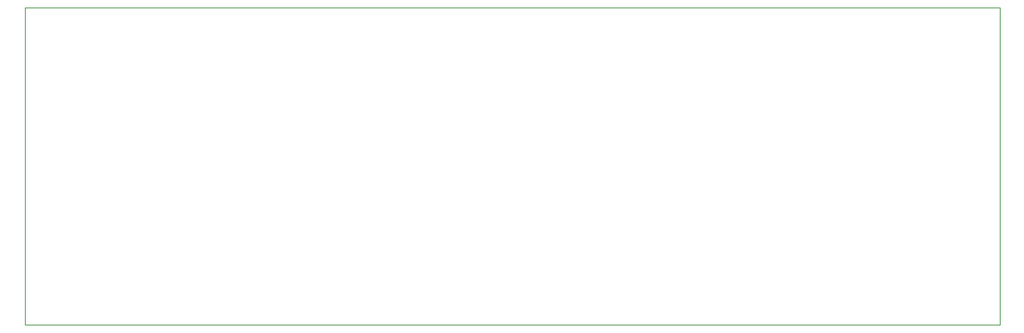
<source format=gm1>
G04 #@! TF.GenerationSoftware,KiCad,Pcbnew,8.0.4*
G04 #@! TF.CreationDate,2024-09-24T23:47:47-04:00*
G04 #@! TF.ProjectId,CommonSlotAdapter,436f6d6d-6f6e-4536-9c6f-744164617074,rev?*
G04 #@! TF.SameCoordinates,Original*
G04 #@! TF.FileFunction,Profile,NP*
%FSLAX46Y46*%
G04 Gerber Fmt 4.6, Leading zero omitted, Abs format (unit mm)*
G04 Created by KiCad (PCBNEW 8.0.4) date 2024-09-24 23:47:47*
%MOMM*%
%LPD*%
G01*
G04 APERTURE LIST*
G04 #@! TA.AperFunction,Profile*
%ADD10C,0.050000*%
G04 #@! TD*
G04 APERTURE END LIST*
D10*
X83820000Y-60960000D02*
X193040000Y-60960000D01*
X193040000Y-96520000D01*
X83820000Y-96520000D01*
X83820000Y-60960000D01*
M02*

</source>
